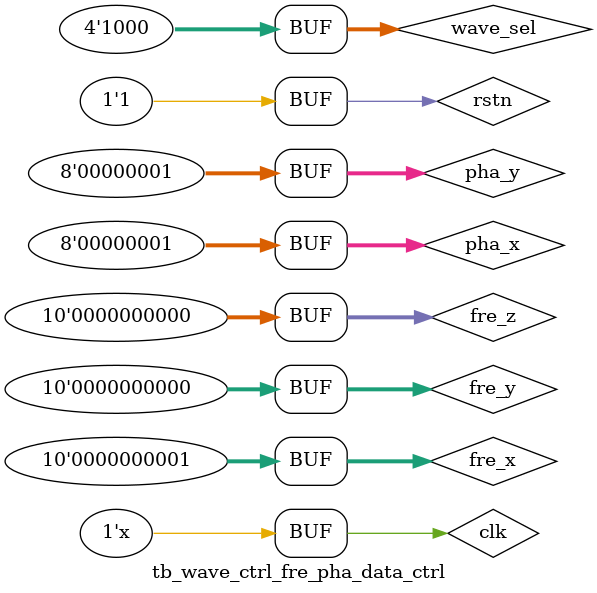
<source format=v>
`timescale 1ns / 1ns

module tb_wave_ctrl_fre_pha_data_ctrl;

  // wave_ctrl_fre_pha_data_ctrl Parameters
  parameter PERIOD = 10;
  parameter N = 32;
  parameter M = 12;
  parameter FRE_WIDTH = 10;
  parameter PHA_WIDTH = 8;
  parameter DATA_WIDTH = 64;
  parameter DATA_WIDTH_ROM = 8;

  // wave_ctrl_fre_pha_data_ctrl Inputs
  reg  [             0:0] clk = 0;
  reg  [             0:0] rstn = 0;
  reg  [   FRE_WIDTH-1:0] fre_x = 0;
  reg  [   FRE_WIDTH-1:0] fre_y = 0;
  reg  [   FRE_WIDTH-1:0] fre_z = 0;
  reg  [   PHA_WIDTH-1:0] pha_x = 0;
  reg  [   PHA_WIDTH-1:0] pha_y = 0;
  reg  [             3:0] wave_sel = 4'b001;

  // wave_ctrl_fre_pha_data_ctrl Outputs
  wire [2*DATA_WIDTH-1:0] data_out;

  always #PERIOD clk = ~clk;

  initial begin
    #(PERIOD * 2 + PERIOD / 2) rstn = 1;

    #(PERIOD) wave_sel = 4'b0001;
    fre_x = 10;
    pha_x = 0;
    pha_y = 2;

    #(PERIOD * 1000) wave_sel = 4'b0001;
    fre_x = 2;
    pha_x = 0;
    pha_y = 2;

    #(PERIOD * 1000) wave_sel = 4'b0010;
    fre_x = 1;
    pha_x = 1;
    pha_y = 1;

    #(PERIOD * 1000) wave_sel = 4'b0100;
    fre_x = 1;
    pha_x = 1;
    pha_y = 1;

    #(PERIOD * 1000) wave_sel = 4'b1000;
    fre_x = 1;
    pha_x = 1;
    pha_y = 1;
  end

  wave_ctrl_fre_pha_data_ctrl #(
      .N             (N),
      .M             (M),
      .FRE_WIDTH     (FRE_WIDTH),
      .PHA_WIDTH     (PHA_WIDTH),
      .DATA_WIDTH    (DATA_WIDTH),
      .DATA_WIDTH_ROM(DATA_WIDTH_ROM)
  ) u_wave_ctrl_fre_pha_data_ctrl (
      .clk     (clk[0:0]),
      .rstn    (rstn[0:0]),
      .fre_x   (fre_x[FRE_WIDTH-1:0]),
      .fre_y   (fre_y[FRE_WIDTH-1:0]),
      .fre_z   (fre_z[FRE_WIDTH-1:0]),
      .pha_x   (pha_x[PHA_WIDTH-1:0]),
      .pha_y   (pha_y[PHA_WIDTH-1:0]),
      .wave_sel(wave_sel[3:0]),

      .data_out(data_out[2*DATA_WIDTH-1:0])
  );

  initial begin

  end

endmodule

</source>
